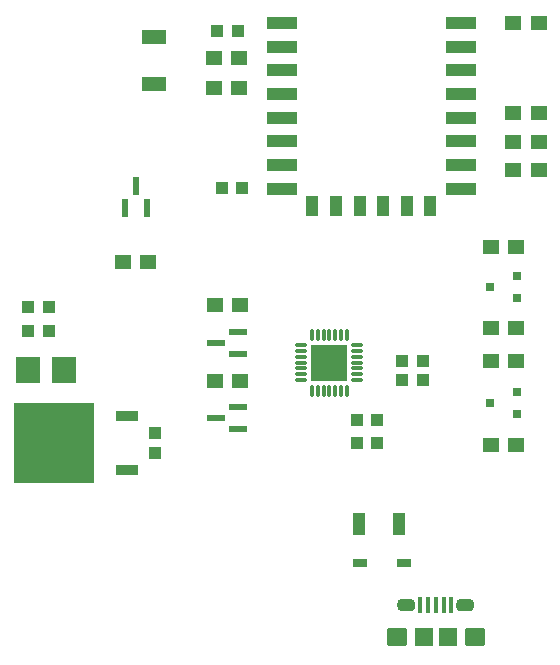
<source format=gtp>
G04 Layer_Color=8421504*
%FSLAX44Y44*%
%MOMM*%
G71*
G01*
G75*
%ADD10R,1.0800X1.0500*%
%ADD11R,2.0000X2.2000*%
%ADD12R,1.2000X0.7000*%
%ADD13R,1.0000X1.9000*%
%ADD14R,6.9000X6.8000*%
%ADD15R,1.9000X0.9500*%
%ADD16R,0.6000X1.5000*%
%ADD17R,1.3500X1.3000*%
%ADD18R,2.1500X1.3000*%
%ADD19R,2.6000X1.1000*%
%ADD20R,1.1000X1.8000*%
%ADD21R,1.0500X1.0800*%
%ADD22R,1.5000X0.6000*%
%ADD23R,3.1501X3.1501*%
G04:AMPARAMS|DCode=24|XSize=0.2601mm|YSize=0.97mm|CornerRadius=0.065mm|HoleSize=0mm|Usage=FLASHONLY|Rotation=90.000|XOffset=0mm|YOffset=0mm|HoleType=Round|Shape=RoundedRectangle|*
%AMROUNDEDRECTD24*
21,1,0.2601,0.8400,0,0,90.0*
21,1,0.1301,0.9700,0,0,90.0*
1,1,0.1301,0.4200,0.0650*
1,1,0.1301,0.4200,-0.0650*
1,1,0.1301,-0.4200,-0.0650*
1,1,0.1301,-0.4200,0.0650*
%
%ADD24ROUNDEDRECTD24*%
G04:AMPARAMS|DCode=25|XSize=0.2601mm|YSize=0.97mm|CornerRadius=0.065mm|HoleSize=0mm|Usage=FLASHONLY|Rotation=0.000|XOffset=0mm|YOffset=0mm|HoleType=Round|Shape=RoundedRectangle|*
%AMROUNDEDRECTD25*
21,1,0.2601,0.8400,0,0,0.0*
21,1,0.1301,0.9700,0,0,0.0*
1,1,0.1301,0.0650,-0.4200*
1,1,0.1301,-0.0650,-0.4200*
1,1,0.1301,-0.0650,0.4200*
1,1,0.1301,0.0650,0.4200*
%
%ADD25ROUNDEDRECTD25*%
%ADD26R,0.7600X0.7600*%
G04:AMPARAMS|DCode=27|XSize=1.524mm|YSize=1.524mm|CornerRadius=0.0762mm|HoleSize=0mm|Usage=FLASHONLY|Rotation=0.000|XOffset=0mm|YOffset=0mm|HoleType=Round|Shape=RoundedRectangle|*
%AMROUNDEDRECTD27*
21,1,1.5240,1.3716,0,0,0.0*
21,1,1.3716,1.5240,0,0,0.0*
1,1,0.1524,0.6858,-0.6858*
1,1,0.1524,-0.6858,-0.6858*
1,1,0.1524,-0.6858,0.6858*
1,1,0.1524,0.6858,0.6858*
%
%ADD27ROUNDEDRECTD27*%
G04:AMPARAMS|DCode=28|XSize=0.4064mm|YSize=1.3462mm|CornerRadius=0.0203mm|HoleSize=0mm|Usage=FLASHONLY|Rotation=0.000|XOffset=0mm|YOffset=0mm|HoleType=Round|Shape=RoundedRectangle|*
%AMROUNDEDRECTD28*
21,1,0.4064,1.3056,0,0,0.0*
21,1,0.3658,1.3462,0,0,0.0*
1,1,0.0406,0.1829,-0.6528*
1,1,0.0406,-0.1829,-0.6528*
1,1,0.0406,-0.1829,0.6528*
1,1,0.0406,0.1829,0.6528*
%
%ADD28ROUNDEDRECTD28*%
G04:AMPARAMS|DCode=29|XSize=1.524mm|YSize=1.016mm|CornerRadius=0.4064mm|HoleSize=0mm|Usage=FLASHONLY|Rotation=0.000|XOffset=0mm|YOffset=0mm|HoleType=Round|Shape=RoundedRectangle|*
%AMROUNDEDRECTD29*
21,1,1.5240,0.2032,0,0,0.0*
21,1,0.7112,1.0160,0,0,0.0*
1,1,0.8128,0.3556,-0.1016*
1,1,0.8128,-0.3556,-0.1016*
1,1,0.8128,-0.3556,0.1016*
1,1,0.8128,0.3556,0.1016*
%
%ADD29ROUNDEDRECTD29*%
G04:AMPARAMS|DCode=30|XSize=1.651mm|YSize=1.5494mm|CornerRadius=0.1549mm|HoleSize=0mm|Usage=FLASHONLY|Rotation=0.000|XOffset=0mm|YOffset=0mm|HoleType=Round|Shape=RoundedRectangle|*
%AMROUNDEDRECTD30*
21,1,1.6510,1.2395,0,0,0.0*
21,1,1.3411,1.5494,0,0,0.0*
1,1,0.3099,0.6706,-0.6198*
1,1,0.3099,-0.6706,-0.6198*
1,1,0.3099,-0.6706,0.6198*
1,1,0.3099,0.6706,0.6198*
%
%ADD30ROUNDEDRECTD30*%
%ADD49C,0.1270*%
%ADD52R,1.9799X1.9799*%
D10*
X359770Y232558D02*
D03*
X342470D02*
D03*
X359770Y248770D02*
D03*
X342470D02*
D03*
X321310Y198890D02*
D03*
X304010D02*
D03*
X321310Y179070D02*
D03*
X304010D02*
D03*
X189470Y394970D02*
D03*
X206770D02*
D03*
X42940Y294370D02*
D03*
X25640D02*
D03*
X42941Y274320D02*
D03*
X25640D02*
D03*
X203080Y528320D02*
D03*
X185780D02*
D03*
D11*
X55640Y241300D02*
D03*
X25640D02*
D03*
D12*
X343620Y77470D02*
D03*
X306620D02*
D03*
D13*
X305620Y110490D02*
D03*
X339621D02*
D03*
D14*
X47540Y179070D02*
D03*
D15*
X109540Y201920D02*
D03*
Y156220D02*
D03*
D16*
X116840Y396850D02*
D03*
X126340Y377850D02*
D03*
X107340D02*
D03*
D17*
X105720Y332720D02*
D03*
X127220D02*
D03*
X204066Y505590D02*
D03*
X182566D02*
D03*
X205060Y295910D02*
D03*
X183560D02*
D03*
X205060Y232170D02*
D03*
X183560D02*
D03*
X436290Y410210D02*
D03*
X457790D02*
D03*
X436290Y458470D02*
D03*
X457790D02*
D03*
X204066Y479490D02*
D03*
X182566D02*
D03*
X436290Y434340D02*
D03*
X457790D02*
D03*
Y534670D02*
D03*
X436290D02*
D03*
X438740Y345440D02*
D03*
X417240D02*
D03*
X438740Y276860D02*
D03*
X417240D02*
D03*
X438740Y248920D02*
D03*
X417240D02*
D03*
X438740Y177800D02*
D03*
X417240D02*
D03*
D18*
X132080Y483020D02*
D03*
Y522820D02*
D03*
D19*
X240230Y534700D02*
D03*
Y514700D02*
D03*
Y494700D02*
D03*
Y474700D02*
D03*
Y454700D02*
D03*
Y434700D02*
D03*
Y414700D02*
D03*
X240230Y394700D02*
D03*
X392230Y394700D02*
D03*
Y414700D02*
D03*
Y434700D02*
D03*
Y454700D02*
D03*
Y474700D02*
D03*
Y494700D02*
D03*
Y514700D02*
D03*
Y534700D02*
D03*
D20*
X266230Y379700D02*
D03*
X286230D02*
D03*
X306230Y379700D02*
D03*
X326230Y379700D02*
D03*
X346230D02*
D03*
X366230Y379700D02*
D03*
D21*
X133350Y187720D02*
D03*
Y170420D02*
D03*
D22*
X184560Y200660D02*
D03*
X203560Y210160D02*
D03*
Y191160D02*
D03*
X184560Y263920D02*
D03*
X203560Y273420D02*
D03*
Y254420D02*
D03*
D23*
X280670Y247410D02*
D03*
D24*
X256969Y232409D02*
D03*
Y237410D02*
D03*
Y242409D02*
D03*
Y247410D02*
D03*
Y252411D02*
D03*
Y257410D02*
D03*
Y262411D02*
D03*
X304371D02*
D03*
Y257410D02*
D03*
Y252411D02*
D03*
Y247410D02*
D03*
Y242409D02*
D03*
Y237410D02*
D03*
Y232409D02*
D03*
D25*
X265669Y271111D02*
D03*
X270670D02*
D03*
X275669D02*
D03*
X280670D02*
D03*
X285671D02*
D03*
X290670D02*
D03*
X295671D02*
D03*
Y223710D02*
D03*
X290670D02*
D03*
X285671D02*
D03*
X280670D02*
D03*
X275669D02*
D03*
X270670D02*
D03*
X265669D02*
D03*
D26*
X439440Y301650D02*
D03*
Y320650D02*
D03*
X416540Y311150D02*
D03*
X439440Y203860D02*
D03*
Y222860D02*
D03*
X416540Y213360D02*
D03*
D27*
X380830Y15070D02*
D03*
X360510D02*
D03*
D28*
X383878Y41994D02*
D03*
X377274Y41994D02*
D03*
X370670D02*
D03*
X364066Y41994D02*
D03*
X357462Y41994D02*
D03*
D29*
X395562Y41994D02*
D03*
X345778Y41994D02*
D03*
D30*
X403690Y15070D02*
D03*
X337650Y15070D02*
D03*
D49*
X399626Y38692D02*
G03*
X400896Y39962I0J1270D01*
G01*
Y44026D02*
G03*
X399626Y45296I-1270J0D01*
G01*
X389974Y40216D02*
G03*
X391244Y38946I1270J0D01*
G01*
X391244Y45042D02*
G03*
X389974Y43772I0J-1270D01*
G01*
X402166Y43772D02*
G03*
X399626Y46312I-2540J0D01*
G01*
X391498Y46312D02*
G03*
X388958Y43772I0J-2540D01*
G01*
X388958Y40216D02*
G03*
X391498Y37676I2540J0D01*
G01*
X399626D02*
G03*
X402166Y40216I0J2540D01*
G01*
X340444Y39962D02*
G03*
X341714Y38692I1270J0D01*
G01*
X341714Y45296D02*
G03*
X340190Y43772I0J-1524D01*
G01*
X351112Y44026D02*
G03*
X349842Y45296I-1270J0D01*
G01*
Y38692D02*
G03*
X351112Y39962I0J1270D01*
G01*
X352382Y43772D02*
G03*
X349842Y46312I-2540J0D01*
G01*
X341714Y46312D02*
G03*
X339174Y43772I0J-2540D01*
G01*
X339174Y40216D02*
G03*
X341714Y37676I2540J0D01*
G01*
X349842D02*
G03*
X352382Y40216I0J2540D01*
G01*
X401150Y8974D02*
G03*
X401404Y9228I0J254D01*
G01*
X396578Y10752D02*
G03*
X399118Y8212I2540J0D01*
G01*
X408262Y8212D02*
G03*
X410802Y10752I0J2540D01*
G01*
X410802Y19388D02*
G03*
X408262Y21928I-2540J0D01*
G01*
X399118Y21928D02*
G03*
X396578Y19388I0J-2540D01*
G01*
X345016Y19388D02*
G03*
X342476Y21928I-2540J0D01*
G01*
X332824Y21928D02*
G03*
X330284Y19388I0J-2540D01*
G01*
Y10752D02*
G03*
X332824Y8212I2540J0D01*
G01*
X342476D02*
G03*
X345016Y10752I0J2540D01*
G01*
X400896Y44026D02*
X400896Y39962D01*
X389974Y40216D02*
X389974Y43772D01*
X402166Y43772D02*
X402166Y40216D01*
X391498Y46312D02*
X399626Y46312D01*
X388958Y43772D02*
X388958Y40216D01*
X391498Y37676D02*
X399626Y37676D01*
X340190Y43772D02*
X340444Y39962D01*
X351112Y44026D02*
X351112Y39962D01*
X352382Y43772D02*
X352382Y40216D01*
X341714Y46312D02*
X349842Y46312D01*
X339174Y43772D02*
X339174Y40216D01*
X341714Y37676D02*
X349842Y37676D01*
X401404Y21166D02*
X401404Y9228D01*
X400134Y8974D02*
X401150Y8974D01*
X400134Y20912D02*
X400134Y8974D01*
X398864Y20912D02*
X400134Y20912D01*
X398864Y9228D02*
Y20912D01*
X397594Y9228D02*
X398864Y9228D01*
X397594Y20912D02*
X397594Y9228D01*
X409786Y20912D02*
X409786Y9228D01*
X396578Y10752D02*
Y19388D01*
X399118Y8212D02*
X408262Y8212D01*
X410802Y10752D02*
X410802Y19388D01*
X399118Y21928D02*
X408262Y21928D01*
X343746Y8720D02*
X343746Y21420D01*
X343238Y8720D02*
X343746Y8720D01*
X343238Y21420D02*
X343238Y8720D01*
X342222Y21420D02*
X343238Y21420D01*
X342222Y8720D02*
Y21420D01*
X340952Y8720D02*
X342222Y8720D01*
X340952Y8720D02*
X340952Y21674D01*
X341206D01*
X339936Y21674D02*
X340952Y21674D01*
X339936Y8720D02*
X339936Y21674D01*
X331300Y20912D02*
X331300Y9228D01*
X345016Y10752D02*
X345016Y19388D01*
X332824Y21928D02*
X342476Y21928D01*
X330284Y10752D02*
X330284Y19388D01*
X332824Y8212D02*
X342476Y8212D01*
D52*
X280679Y247401D02*
D03*
M02*

</source>
